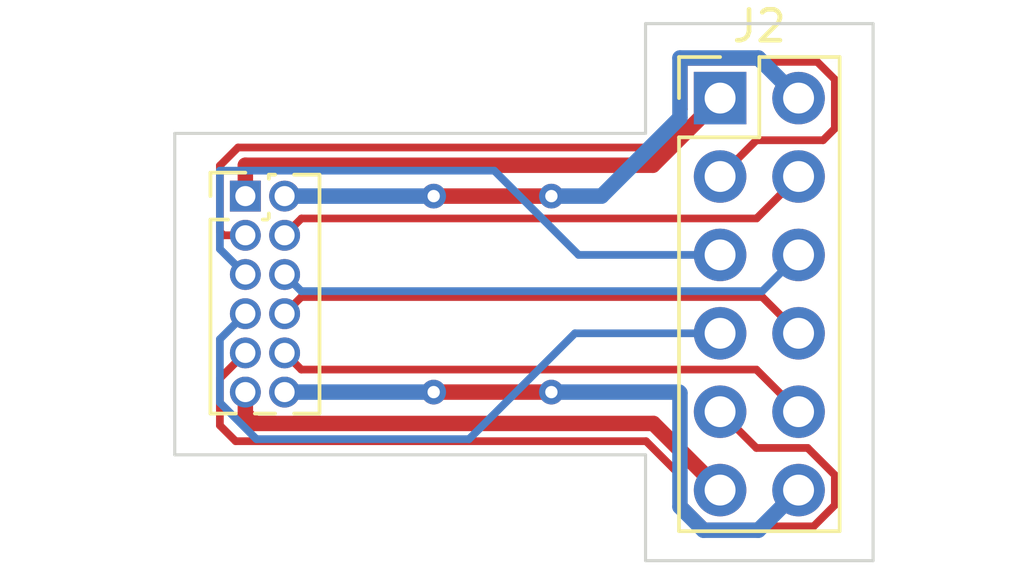
<source format=kicad_pcb>
(kicad_pcb (version 20211014) (generator pcbnew)
  (layers (0 "F.Cu" signal) (31 "B.Cu" signal) (34 "B.Paste" user) (35 "F.Paste" user) (36 "B.SilkS" user "B.Silkscreen") (37 "F.SilkS" user "F.Silkscreen") (38 "B.Mask" user) (39 "F.Mask" user) (44 "Edge.Cuts" user))
  (net 0 "")
  (net 1 "/1")
  (net 2 "/2")
  (net 3 "/3")
  (net 4 "/4")
  (net 5 "/5")
  (net 6 "/6")
  (net 7 "/7")
  (net 8 "/8")
  (net 9 "/9")
  (net 10 "/10")
  (net 11 "/11")
  (net 12 "/12")
  (footprint "Connector_PinHeader_2.54mm:PinHeader_2x06_P2.54mm_Vertical" (layer "F.Cu") (at 68.453 68.707)
    (fp_text reference "J2" (at 1.27 -2.33) (layer "F.SilkS"))
    (fp_text value "Conn_02x06_Odd_Even")
    (fp_line (start -1.33 14.03) (end 3.87 14.03) (layer "F.SilkS") (width 0.12))
    (fp_line (start 3.87 -1.33) (end 3.87 14.03) (layer "F.SilkS") (width 0.12))
    (fp_line (start 1.27 1.27) (end 1.27 -1.33) (layer "F.SilkS") (width 0.12))
    (fp_line (start -1.33 1.27) (end 1.27 1.27) (layer "F.SilkS") (width 0.12))
    (fp_line (start 1.27 -1.33) (end 3.87 -1.33) (layer "F.SilkS") (width 0.12))
    (fp_line (start -1.33 -1.33) (end 0 -1.33) (layer "F.SilkS") (width 0.12))
    (fp_line (start -1.33 0) (end -1.33 -1.33) (layer "F.SilkS") (width 0.12))
    (fp_line (start -1.33 1.27) (end -1.33 14.03) (layer "F.SilkS") (width 0.12))
    (pad "1" thru_hole rect (at 0 0) (size 1.7 1.7) (drill 1) (layers *.Cu *.Mask) (net 1 "/1"))
    (pad "2" thru_hole oval (at 2.54 0) (size 1.7 1.7) (drill 1) (layers *.Cu *.Mask) (net 2 "/2"))
    (pad "3" thru_hole oval (at 0 2.54) (size 1.7 1.7) (drill 1) (layers *.Cu *.Mask) (net 3 "/3"))
    (pad "4" thru_hole oval (at 2.54 2.54) (size 1.7 1.7) (drill 1) (layers *.Cu *.Mask) (net 4 "/4"))
    (pad "5" thru_hole oval (at 0 5.08) (size 1.7 1.7) (drill 1) (layers *.Cu *.Mask) (net 5 "/5"))
    (pad "6" thru_hole oval (at 2.54 5.08) (size 1.7 1.7) (drill 1) (layers *.Cu *.Mask) (net 6 "/6"))
    (pad "7" thru_hole oval (at 0 7.62) (size 1.7 1.7) (drill 1) (layers *.Cu *.Mask) (net 7 "/7"))
    (pad "8" thru_hole oval (at 2.54 7.62) (size 1.7 1.7) (drill 1) (layers *.Cu *.Mask) (net 8 "/8"))
    (pad "9" thru_hole oval (at 0 10.16) (size 1.7 1.7) (drill 1) (layers *.Cu *.Mask) (net 9 "/9"))
    (pad "10" thru_hole oval (at 2.54 10.16) (size 1.7 1.7) (drill 1) (layers *.Cu *.Mask) (net 10 "/10"))
    (pad "11" thru_hole oval (at 0 12.7) (size 1.7 1.7) (drill 1) (layers *.Cu *.Mask) (net 11 "/11"))
    (pad "12" thru_hole oval (at 2.54 12.7) (size 1.7 1.7) (drill 1) (layers *.Cu *.Mask) (net 12 "/12"))
  )
  (footprint "Connector_PinHeader_1.27mm:PinHeader_2x06_P1.27mm_Vertical" (layer "F.Cu") (at 53.086 71.882)
    (fp_text reference "J1" hide)
    (fp_text value "Conn_02x06_Odd_Even")
    (fp_line (start 0.76 -0.563471) (end 0.76 -0.695) (layer "F.SilkS") (width 0.12))
    (fp_line (start 0.76 0.706529) (end 0.76 0.563471) (layer "F.SilkS") (width 0.12))
    (fp_line (start -1.13 0) (end -1.13 -0.76) (layer "F.SilkS") (width 0.12))
    (fp_line (start 0.30753 7.045) (end 0.96247 7.045) (layer "F.SilkS") (width 0.12))
    (fp_line (start -1.13 -0.76) (end 0 -0.76) (layer "F.SilkS") (width 0.12))
    (fp_line (start -1.13 7.045) (end -0.30753 7.045) (layer "F.SilkS") (width 0.12))
    (fp_line (start 0.76 -0.695) (end 0.96247 -0.695) (layer "F.SilkS") (width 0.12))
    (fp_line (start -1.13 0.76) (end -1.13 7.045) (layer "F.SilkS") (width 0.12))
    (fp_line (start 1.57753 7.045) (end 2.4 7.045) (layer "F.SilkS") (width 0.12))
    (fp_line (start 2.4 -0.695) (end 2.4 7.045) (layer "F.SilkS") (width 0.12))
    (fp_line (start 0.563471 0.76) (end 0.706529 0.76) (layer "F.SilkS") (width 0.12))
    (fp_line (start -1.13 0.76) (end -0.563471 0.76) (layer "F.SilkS") (width 0.12))
    (fp_line (start 1.57753 -0.695) (end 2.4 -0.695) (layer "F.SilkS") (width 0.12))
    (pad "1" thru_hole rect (at 0 0) (size 1 1) (drill 0.65) (layers *.Cu *.Mask) (net 1 "/1"))
    (pad "2" thru_hole oval (at 1.27 0) (size 1 1) (drill 0.65) (layers *.Cu *.Mask) (net 2 "/2"))
    (pad "3" thru_hole oval (at 0 1.27) (size 1 1) (drill 0.65) (layers *.Cu *.Mask) (net 3 "/3"))
    (pad "4" thru_hole oval (at 1.27 1.27) (size 1 1) (drill 0.65) (layers *.Cu *.Mask) (net 4 "/4"))
    (pad "5" thru_hole oval (at 0 2.54) (size 1 1) (drill 0.65) (layers *.Cu *.Mask) (net 5 "/5"))
    (pad "6" thru_hole oval (at 1.27 2.54) (size 1 1) (drill 0.65) (layers *.Cu *.Mask) (net 6 "/6"))
    (pad "7" thru_hole oval (at 0 3.81) (size 1 1) (drill 0.65) (layers *.Cu *.Mask) (net 7 "/7"))
    (pad "8" thru_hole oval (at 1.27 3.81) (size 1 1) (drill 0.65) (layers *.Cu *.Mask) (net 8 "/8"))
    (pad "9" thru_hole oval (at 0 5.08) (size 1 1) (drill 0.65) (layers *.Cu *.Mask) (net 9 "/9"))
    (pad "10" thru_hole oval (at 1.27 5.08) (size 1 1) (drill 0.65) (layers *.Cu *.Mask) (net 10 "/10"))
    (pad "11" thru_hole oval (at 0 6.35) (size 1 1) (drill 0.65) (layers *.Cu *.Mask) (net 11 "/11"))
    (pad "12" thru_hole oval (at 1.27 6.35) (size 1 1) (drill 0.65) (layers *.Cu *.Mask) (net 12 "/12"))
  )
  (gr_line (start 66.04 66.294) (end 73.406 66.294) (layer "Edge.Cuts") (width 0.1))
  (gr_line (start 73.406 66.294) (end 73.406 83.693) (layer "Edge.Cuts") (width 0.1))
  (gr_line (start 66.04 80.264) (end 66.04 83.693) (layer "Edge.Cuts") (width 0.1))
  (gr_line (start 50.8 80.264) (end 66.04 80.264) (layer "Edge.Cuts") (width 0.1))
  (gr_line (start 66.04 69.85) (end 66.04 66.294) (layer "Edge.Cuts") (width 0.1))
  (gr_line (start 50.8 69.85) (end 66.04 69.85) (layer "Edge.Cuts") (width 0.1))
  (gr_line (start 73.406 83.693) (end 66.04 83.693) (layer "Edge.Cuts") (width 0.1))
  (gr_line (start 50.8 69.85) (end 50.8 80.264) (layer "Edge.Cuts") (width 0.1))
  (segment (start 53.086 71.882) (end 53.086 70.882) (width 0.5) (layer "F.Cu") (net 1))
  (segment (start 66.278 70.882) (end 68.453 68.707) (width 0.5) (layer "F.Cu") (net 1))
  (segment (start 53.086 70.882) (end 66.278 70.882) (width 0.5) (layer "F.Cu") (net 1))
  (segment (start 59.182 71.882) (end 62.992 71.882) (width 0.5) (layer "F.Cu") (net 2))
  (via (at 59.182 71.882) (size 0.8) (drill 0.4) (layers "F.Cu" "B.Cu") (net 2))
  (via (at 62.992 71.882) (size 0.8) (drill 0.4) (layers "F.Cu" "B.Cu") (net 2))
  (segment (start 69.693489 67.407489) (end 70.993 68.707) (width 0.5) (layer "B.Cu") (net 2))
  (segment (start 54.356 71.882) (end 59.182 71.882) (width 0.5) (layer "B.Cu") (net 2))
  (segment (start 67.153489 67.407489) (end 69.693489 67.407489) (width 0.5) (layer "B.Cu") (net 2))
  (segment (start 64.615581 71.882) (end 67.153489 69.344092) (width 0.5) (layer "B.Cu") (net 2))
  (segment (start 62.992 71.882) (end 64.615581 71.882) (width 0.5) (layer "B.Cu") (net 2))
  (segment (start 67.153489 69.344092) (end 67.153489 67.407489) (width 0.5) (layer "B.Cu") (net 2))
  (segment (start 71.596489 67.532489) (end 72.167511 68.103511) (width 0.25) (layer "F.Cu") (net 3))
  (segment (start 52.261489 70.894018) (end 52.848027 70.30748) (width 0.25) (layer "F.Cu") (net 3))
  (segment (start 67.278489 69.069017) (end 67.278489 67.532489) (width 0.25) (layer "F.Cu") (net 3))
  (segment (start 67.278489 67.532489) (end 71.596489 67.532489) (width 0.25) (layer "F.Cu") (net 3))
  (segment (start 72.167511 68.103511) (end 72.167511 69.691489) (width 0.25) (layer "F.Cu") (net 3))
  (segment (start 69.627511 70.072489) (end 68.453 71.247) (width 0.25) (layer "F.Cu") (net 3))
  (segment (start 72.167511 69.691489) (end 71.786511 70.072489) (width 0.25) (layer "F.Cu") (net 3))
  (segment (start 52.378894 73.152) (end 52.261489 73.034595) (width 0.25) (layer "F.Cu") (net 3))
  (segment (start 66.040026 70.30748) (end 67.278489 69.069017) (width 0.25) (layer "F.Cu") (net 3))
  (segment (start 71.786511 70.072489) (end 69.627511 70.072489) (width 0.25) (layer "F.Cu") (net 3))
  (segment (start 53.086 73.152) (end 52.378894 73.152) (width 0.25) (layer "F.Cu") (net 3))
  (segment (start 52.261489 73.034595) (end 52.261489 70.894018) (width 0.25) (layer "F.Cu") (net 3))
  (segment (start 52.848027 70.30748) (end 66.040026 70.30748) (width 0.25) (layer "F.Cu") (net 3))
  (segment (start 54.356 73.152) (end 54.901489 72.606511) (width 0.25) (layer "F.Cu") (net 4))
  (segment (start 54.901489 72.606511) (end 69.633489 72.606511) (width 0.25) (layer "F.Cu") (net 4))
  (segment (start 69.633489 72.606511) (end 70.993 71.247) (width 0.25) (layer "F.Cu") (net 4))
  (segment (start 53.086 74.422) (end 52.261489 73.597489) (width 0.25) (layer "B.Cu") (net 5))
  (segment (start 52.261489 71.057489) (end 61.142875 71.057489) (width 0.25) (layer "B.Cu") (net 5))
  (segment (start 61.142875 71.057489) (end 63.872386 73.787) (width 0.25) (layer "B.Cu") (net 5))
  (segment (start 52.261489 73.597489) (end 52.261489 71.057489) (width 0.25) (layer "B.Cu") (net 5))
  (segment (start 63.872386 73.787) (end 68.453 73.787) (width 0.25) (layer "B.Cu") (net 5))
  (segment (start 69.818489 74.961511) (end 70.993 73.787) (width 0.25) (layer "B.Cu") (net 6))
  (segment (start 54.895511 74.961511) (end 69.818489 74.961511) (width 0.25) (layer "B.Cu") (net 6))
  (segment (start 54.356 74.422) (end 54.895511 74.961511) (width 0.25) (layer "B.Cu") (net 6))
  (segment (start 60.325 79.756) (end 63.754 76.327) (width 0.25) (layer "B.Cu") (net 7))
  (segment (start 52.261489 78.573525) (end 53.443964 79.756) (width 0.25) (layer "B.Cu") (net 7))
  (segment (start 53.086 75.692) (end 52.261489 76.516511) (width 0.25) (layer "B.Cu") (net 7))
  (segment (start 53.443964 79.756) (end 60.325 79.756) (width 0.25) (layer "B.Cu") (net 7))
  (segment (start 63.754 76.327) (end 68.453 76.327) (width 0.25) (layer "B.Cu") (net 7))
  (segment (start 52.261489 76.516511) (end 52.261489 78.573525) (width 0.25) (layer "B.Cu") (net 7))
  (segment (start 54.356 75.692) (end 54.895511 75.152489) (width 0.25) (layer "F.Cu") (net 8))
  (segment (start 54.895511 75.152489) (end 69.818489 75.152489) (width 0.25) (layer "F.Cu") (net 8))
  (segment (start 69.818489 75.152489) (end 70.993 76.327) (width 0.25) (layer "F.Cu") (net 8))
  (segment (start 67.221253 81.836263) (end 67.966501 82.581511) (width 0.25) (layer "F.Cu") (net 9))
  (segment (start 52.261489 77.786511) (end 52.261489 79.312489) (width 0.25) (layer "F.Cu") (net 9))
  (segment (start 67.221253 80.987747) (end 67.221253 81.836263) (width 0.25) (layer "F.Cu") (net 9))
  (segment (start 52.77152 79.82252) (end 66.056026 79.82252) (width 0.25) (layer "F.Cu") (net 9))
  (segment (start 67.966501 82.581511) (end 71.479499 82.581511) (width 0.25) (layer "F.Cu") (net 9))
  (segment (start 72.167511 80.920501) (end 71.288521 80.041511) (width 0.25) (layer "F.Cu") (net 9))
  (segment (start 66.056026 79.82252) (end 67.221253 80.987747) (width 0.25) (layer "F.Cu") (net 9))
  (segment (start 69.627511 80.041511) (end 68.453 78.867) (width 0.25) (layer "F.Cu") (net 9))
  (segment (start 53.086 76.962) (end 52.261489 77.786511) (width 0.25) (layer "F.Cu") (net 9))
  (segment (start 71.479499 82.581511) (end 72.167511 81.893499) (width 0.25) (layer "F.Cu") (net 9))
  (segment (start 52.261489 79.312489) (end 52.77152 79.82252) (width 0.25) (layer "F.Cu") (net 9))
  (segment (start 71.288521 80.041511) (end 69.627511 80.041511) (width 0.25) (layer "F.Cu") (net 9))
  (segment (start 72.167511 81.893499) (end 72.167511 80.920501) (width 0.25) (layer "F.Cu") (net 9))
  (segment (start 54.895511 77.501511) (end 69.627511 77.501511) (width 0.25) (layer "F.Cu") (net 10))
  (segment (start 69.627511 77.501511) (end 70.993 78.867) (width 0.25) (layer "F.Cu") (net 10))
  (segment (start 54.356 76.962) (end 54.895511 77.501511) (width 0.25) (layer "F.Cu") (net 10))
  (segment (start 53.086 78.232) (end 53.086 78.939106) (width 0.5) (layer "F.Cu") (net 11))
  (segment (start 66.294 79.248) (end 68.453 81.407) (width 0.5) (layer "F.Cu") (net 11))
  (segment (start 53.086 78.939106) (end 53.394894 79.248) (width 0.5) (layer "F.Cu") (net 11))
  (segment (start 53.394894 79.248) (end 66.294 79.248) (width 0.5) (layer "F.Cu") (net 11))
  (segment (start 59.182 78.232) (end 62.992 78.232) (width 0.5) (layer "F.Cu") (net 12))
  (via (at 59.182 78.232) (size 0.8) (drill 0.4) (layers "F.Cu" "B.Cu") (net 12))
  (via (at 62.992 78.232) (size 0.8) (drill 0.4) (layers "F.Cu" "B.Cu") (net 12))
  (segment (start 62.992 78.232) (end 67.123978 78.232) (width 0.5) (layer "B.Cu") (net 12))
  (segment (start 67.153489 78.261511) (end 67.153489 81.945276) (width 0.5) (layer "B.Cu") (net 12))
  (segment (start 54.356 78.232) (end 59.182 78.232) (width 0.5) (layer "B.Cu") (net 12))
  (segment (start 67.914724 82.706511) (end 69.693489 82.706511) (width 0.5) (layer "B.Cu") (net 12))
  (segment (start 67.123978 78.232) (end 67.153489 78.261511) (width 0.5) (layer "B.Cu") (net 12))
  (segment (start 67.153489 81.945276) (end 67.914724 82.706511) (width 0.5) (layer "B.Cu") (net 12))
  (segment (start 69.693489 82.706511) (end 70.993 81.407) (width 0.5) (layer "B.Cu") (net 12))
)
</source>
